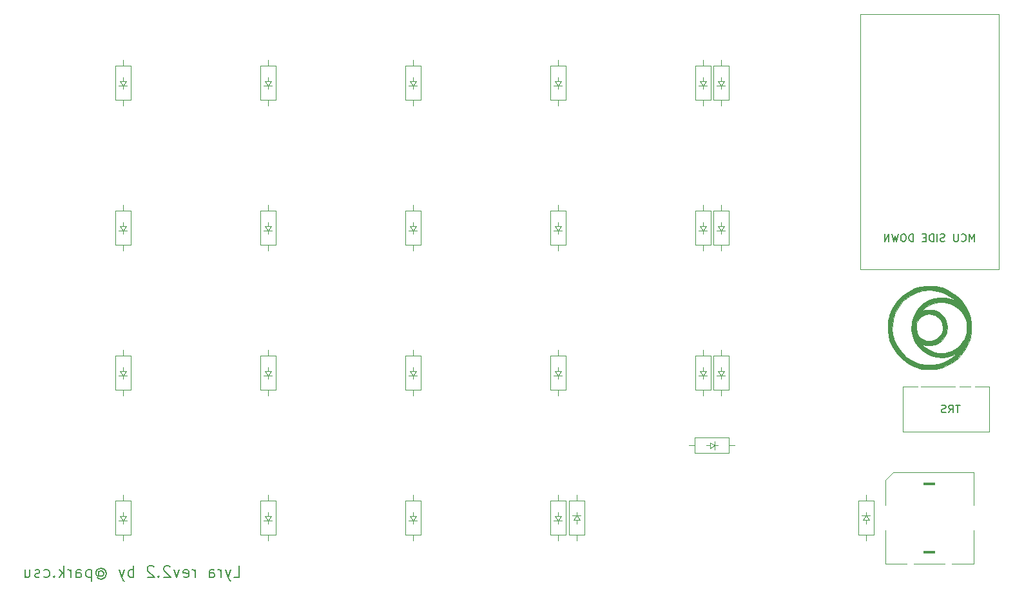
<source format=gbo>
G04 #@! TF.GenerationSoftware,KiCad,Pcbnew,(5.99.0-13181-gc0a6014114)*
G04 #@! TF.CreationDate,2021-11-12T19:27:17+09:00*
G04 #@! TF.ProjectId,Lyra,4c797261-2e6b-4696-9361-645f70636258,rev?*
G04 #@! TF.SameCoordinates,Original*
G04 #@! TF.FileFunction,Legend,Bot*
G04 #@! TF.FilePolarity,Positive*
%FSLAX46Y46*%
G04 Gerber Fmt 4.6, Leading zero omitted, Abs format (unit mm)*
G04 Created by KiCad (PCBNEW (5.99.0-13181-gc0a6014114)) date 2021-11-12 19:27:17*
%MOMM*%
%LPD*%
G01*
G04 APERTURE LIST*
G04 Aperture macros list*
%AMRoundRect*
0 Rectangle with rounded corners*
0 $1 Rounding radius*
0 $2 $3 $4 $5 $6 $7 $8 $9 X,Y pos of 4 corners*
0 Add a 4 corners polygon primitive as box body*
4,1,4,$2,$3,$4,$5,$6,$7,$8,$9,$2,$3,0*
0 Add four circle primitives for the rounded corners*
1,1,$1+$1,$2,$3*
1,1,$1+$1,$4,$5*
1,1,$1+$1,$6,$7*
1,1,$1+$1,$8,$9*
0 Add four rect primitives between the rounded corners*
20,1,$1+$1,$2,$3,$4,$5,0*
20,1,$1+$1,$4,$5,$6,$7,0*
20,1,$1+$1,$6,$7,$8,$9,0*
20,1,$1+$1,$8,$9,$2,$3,0*%
G04 Aperture macros list end*
%ADD10C,0.150000*%
%ADD11C,0.120000*%
%ADD12C,0.010000*%
%ADD13C,0.100000*%
%ADD14C,1.000000*%
%ADD15O,1.400000X1.200000*%
%ADD16O,1.300000X1.200000*%
%ADD17C,1.750000*%
%ADD18C,3.987800*%
%ADD19C,2.250000*%
%ADD20C,3.048000*%
%ADD21RoundRect,0.800000X0.000000X0.150000X0.000000X-0.150000X0.000000X-0.150000X0.000000X0.150000X0*%
%ADD22C,2.100000*%
%ADD23C,2.000000*%
%ADD24R,2.000000X3.200000*%
%ADD25C,1.524000*%
%ADD26C,2.200000*%
%ADD27R,1.600000X1.600000*%
%ADD28R,1.200000X0.900000*%
%ADD29O,1.600000X1.600000*%
%ADD30R,0.900000X1.200000*%
G04 APERTURE END LIST*
D10*
X108869425Y-133243098D02*
X109583711Y-133243098D01*
X109583711Y-131743098D01*
X108512283Y-132243098D02*
X108155140Y-133243098D01*
X107797997Y-132243098D02*
X108155140Y-133243098D01*
X108297997Y-133600241D01*
X108369425Y-133671669D01*
X108512283Y-133743098D01*
X107226568Y-133243098D02*
X107226568Y-132243098D01*
X107226568Y-132528812D02*
X107155140Y-132385955D01*
X107083711Y-132314527D01*
X106940854Y-132243098D01*
X106797997Y-132243098D01*
X105655140Y-133243098D02*
X105655140Y-132457384D01*
X105726568Y-132314527D01*
X105869425Y-132243098D01*
X106155140Y-132243098D01*
X106297997Y-132314527D01*
X105655140Y-133171669D02*
X105797997Y-133243098D01*
X106155140Y-133243098D01*
X106297997Y-133171669D01*
X106369425Y-133028812D01*
X106369425Y-132885955D01*
X106297997Y-132743098D01*
X106155140Y-132671669D01*
X105797997Y-132671669D01*
X105655140Y-132600241D01*
X103797997Y-133243098D02*
X103797997Y-132243098D01*
X103797997Y-132528812D02*
X103726568Y-132385955D01*
X103655140Y-132314527D01*
X103512283Y-132243098D01*
X103369425Y-132243098D01*
X102297997Y-133171669D02*
X102440854Y-133243098D01*
X102726568Y-133243098D01*
X102869425Y-133171669D01*
X102940854Y-133028812D01*
X102940854Y-132457384D01*
X102869425Y-132314527D01*
X102726568Y-132243098D01*
X102440854Y-132243098D01*
X102297997Y-132314527D01*
X102226568Y-132457384D01*
X102226568Y-132600241D01*
X102940854Y-132743098D01*
X101726568Y-132243098D02*
X101369425Y-133243098D01*
X101012283Y-132243098D01*
X100512283Y-131885955D02*
X100440854Y-131814527D01*
X100297997Y-131743098D01*
X99940854Y-131743098D01*
X99797997Y-131814527D01*
X99726568Y-131885955D01*
X99655140Y-132028812D01*
X99655140Y-132171669D01*
X99726568Y-132385955D01*
X100583711Y-133243098D01*
X99655140Y-133243098D01*
X99012283Y-133100241D02*
X98940854Y-133171669D01*
X99012283Y-133243098D01*
X99083711Y-133171669D01*
X99012283Y-133100241D01*
X99012283Y-133243098D01*
X98369425Y-131885955D02*
X98297997Y-131814527D01*
X98155140Y-131743098D01*
X97797997Y-131743098D01*
X97655140Y-131814527D01*
X97583711Y-131885955D01*
X97512283Y-132028812D01*
X97512283Y-132171669D01*
X97583711Y-132385955D01*
X98440854Y-133243098D01*
X97512283Y-133243098D01*
X95726568Y-133243098D02*
X95726568Y-131743098D01*
X95726568Y-132314527D02*
X95583711Y-132243098D01*
X95297997Y-132243098D01*
X95155140Y-132314527D01*
X95083711Y-132385955D01*
X95012283Y-132528812D01*
X95012283Y-132957384D01*
X95083711Y-133100241D01*
X95155140Y-133171669D01*
X95297997Y-133243098D01*
X95583711Y-133243098D01*
X95726568Y-133171669D01*
X94512283Y-132243098D02*
X94155140Y-133243098D01*
X93797997Y-132243098D02*
X94155140Y-133243098D01*
X94297997Y-133600241D01*
X94369425Y-133671669D01*
X94512283Y-133743098D01*
X91155140Y-132528812D02*
X91226568Y-132457384D01*
X91369425Y-132385955D01*
X91512283Y-132385955D01*
X91655140Y-132457384D01*
X91726568Y-132528812D01*
X91797997Y-132671669D01*
X91797997Y-132814527D01*
X91726568Y-132957384D01*
X91655140Y-133028812D01*
X91512283Y-133100241D01*
X91369425Y-133100241D01*
X91226568Y-133028812D01*
X91155140Y-132957384D01*
X91155140Y-132385955D02*
X91155140Y-132957384D01*
X91083711Y-133028812D01*
X91012283Y-133028812D01*
X90869425Y-132957384D01*
X90797997Y-132814527D01*
X90797997Y-132457384D01*
X90940854Y-132243098D01*
X91155140Y-132100241D01*
X91440854Y-132028812D01*
X91726568Y-132100241D01*
X91940854Y-132243098D01*
X92083711Y-132457384D01*
X92155140Y-132743098D01*
X92083711Y-133028812D01*
X91940854Y-133243098D01*
X91726568Y-133385955D01*
X91440854Y-133457384D01*
X91155140Y-133385955D01*
X90940854Y-133243098D01*
X90155140Y-132243098D02*
X90155140Y-133743098D01*
X90155140Y-132314527D02*
X90012283Y-132243098D01*
X89726568Y-132243098D01*
X89583711Y-132314527D01*
X89512283Y-132385955D01*
X89440854Y-132528812D01*
X89440854Y-132957384D01*
X89512283Y-133100241D01*
X89583711Y-133171669D01*
X89726568Y-133243098D01*
X90012283Y-133243098D01*
X90155140Y-133171669D01*
X88155140Y-133243098D02*
X88155140Y-132457384D01*
X88226568Y-132314527D01*
X88369425Y-132243098D01*
X88655140Y-132243098D01*
X88797997Y-132314527D01*
X88155140Y-133171669D02*
X88297997Y-133243098D01*
X88655140Y-133243098D01*
X88797997Y-133171669D01*
X88869425Y-133028812D01*
X88869425Y-132885955D01*
X88797997Y-132743098D01*
X88655140Y-132671669D01*
X88297997Y-132671669D01*
X88155140Y-132600241D01*
X87440854Y-133243098D02*
X87440854Y-132243098D01*
X87440854Y-132528812D02*
X87369425Y-132385955D01*
X87297997Y-132314527D01*
X87155140Y-132243098D01*
X87012283Y-132243098D01*
X86512283Y-133243098D02*
X86512283Y-131743098D01*
X86369425Y-132671669D02*
X85940854Y-133243098D01*
X85940854Y-132243098D02*
X86512283Y-132814527D01*
X85297997Y-133100241D02*
X85226568Y-133171669D01*
X85297997Y-133243098D01*
X85369425Y-133171669D01*
X85297997Y-133100241D01*
X85297997Y-133243098D01*
X83940854Y-133171669D02*
X84083711Y-133243098D01*
X84369425Y-133243098D01*
X84512283Y-133171669D01*
X84583711Y-133100241D01*
X84655140Y-132957384D01*
X84655140Y-132528812D01*
X84583711Y-132385955D01*
X84512283Y-132314527D01*
X84369425Y-132243098D01*
X84083711Y-132243098D01*
X83940854Y-132314527D01*
X83369425Y-133171669D02*
X83226568Y-133243098D01*
X82940854Y-133243098D01*
X82797997Y-133171669D01*
X82726568Y-133028812D01*
X82726568Y-132957384D01*
X82797997Y-132814527D01*
X82940854Y-132743098D01*
X83155140Y-132743098D01*
X83297997Y-132671669D01*
X83369425Y-132528812D01*
X83369425Y-132457384D01*
X83297997Y-132314527D01*
X83155140Y-132243098D01*
X82940854Y-132243098D01*
X82797997Y-132314527D01*
X81440854Y-132243098D02*
X81440854Y-133243098D01*
X82083711Y-132243098D02*
X82083711Y-133028812D01*
X82012283Y-133171669D01*
X81869425Y-133243098D01*
X81655140Y-133243098D01*
X81512283Y-133171669D01*
X81440854Y-133100241D01*
X204274667Y-110585567D02*
X203703239Y-110585567D01*
X203988953Y-111585567D02*
X203988953Y-110585567D01*
X202798477Y-111585567D02*
X203131810Y-111109377D01*
X203369905Y-111585567D02*
X203369905Y-110585567D01*
X202988953Y-110585567D01*
X202893715Y-110633187D01*
X202846096Y-110680806D01*
X202798477Y-110776044D01*
X202798477Y-110918901D01*
X202846096Y-111014139D01*
X202893715Y-111061758D01*
X202988953Y-111109377D01*
X203369905Y-111109377D01*
X202417524Y-111537948D02*
X202274667Y-111585567D01*
X202036572Y-111585567D01*
X201941334Y-111537948D01*
X201893715Y-111490329D01*
X201846096Y-111395091D01*
X201846096Y-111299853D01*
X201893715Y-111204615D01*
X201941334Y-111156996D01*
X202036572Y-111109377D01*
X202227048Y-111061758D01*
X202322286Y-111014139D01*
X202369905Y-110966520D01*
X202417524Y-110871282D01*
X202417524Y-110776044D01*
X202369905Y-110680806D01*
X202322286Y-110633187D01*
X202227048Y-110585567D01*
X201988953Y-110585567D01*
X201846096Y-110633187D01*
X206186940Y-89097871D02*
X206186940Y-88097871D01*
X205853607Y-88812157D01*
X205520274Y-88097871D01*
X205520274Y-89097871D01*
X204472655Y-89002633D02*
X204520274Y-89050252D01*
X204663131Y-89097871D01*
X204758369Y-89097871D01*
X204901226Y-89050252D01*
X204996464Y-88955014D01*
X205044083Y-88859776D01*
X205091702Y-88669300D01*
X205091702Y-88526443D01*
X205044083Y-88335967D01*
X204996464Y-88240729D01*
X204901226Y-88145491D01*
X204758369Y-88097871D01*
X204663131Y-88097871D01*
X204520274Y-88145491D01*
X204472655Y-88193110D01*
X204044083Y-88097871D02*
X204044083Y-88907395D01*
X203996464Y-89002633D01*
X203948845Y-89050252D01*
X203853607Y-89097871D01*
X203663131Y-89097871D01*
X203567893Y-89050252D01*
X203520274Y-89002633D01*
X203472655Y-88907395D01*
X203472655Y-88097871D01*
X202282179Y-89050252D02*
X202139321Y-89097871D01*
X201901226Y-89097871D01*
X201805988Y-89050252D01*
X201758369Y-89002633D01*
X201710750Y-88907395D01*
X201710750Y-88812157D01*
X201758369Y-88716919D01*
X201805988Y-88669300D01*
X201901226Y-88621681D01*
X202091702Y-88574062D01*
X202186940Y-88526443D01*
X202234559Y-88478824D01*
X202282179Y-88383586D01*
X202282179Y-88288348D01*
X202234559Y-88193110D01*
X202186940Y-88145491D01*
X202091702Y-88097871D01*
X201853607Y-88097871D01*
X201710750Y-88145491D01*
X201282179Y-89097871D02*
X201282179Y-88097871D01*
X200805988Y-89097871D02*
X200805988Y-88097871D01*
X200567893Y-88097871D01*
X200425036Y-88145491D01*
X200329798Y-88240729D01*
X200282179Y-88335967D01*
X200234559Y-88526443D01*
X200234559Y-88669300D01*
X200282179Y-88859776D01*
X200329798Y-88955014D01*
X200425036Y-89050252D01*
X200567893Y-89097871D01*
X200805988Y-89097871D01*
X199805988Y-88574062D02*
X199472655Y-88574062D01*
X199329798Y-89097871D02*
X199805988Y-89097871D01*
X199805988Y-88097871D01*
X199329798Y-88097871D01*
X198139321Y-89097871D02*
X198139321Y-88097871D01*
X197901226Y-88097871D01*
X197758369Y-88145491D01*
X197663131Y-88240729D01*
X197615512Y-88335967D01*
X197567893Y-88526443D01*
X197567893Y-88669300D01*
X197615512Y-88859776D01*
X197663131Y-88955014D01*
X197758369Y-89050252D01*
X197901226Y-89097871D01*
X198139321Y-89097871D01*
X196948845Y-88097871D02*
X196758369Y-88097871D01*
X196663131Y-88145491D01*
X196567893Y-88240729D01*
X196520274Y-88431205D01*
X196520274Y-88764538D01*
X196567893Y-88955014D01*
X196663131Y-89050252D01*
X196758369Y-89097871D01*
X196948845Y-89097871D01*
X197044083Y-89050252D01*
X197139321Y-88955014D01*
X197186940Y-88764538D01*
X197186940Y-88431205D01*
X197139321Y-88240729D01*
X197044083Y-88145491D01*
X196948845Y-88097871D01*
X196186940Y-88097871D02*
X195948845Y-89097871D01*
X195758369Y-88383586D01*
X195567893Y-89097871D01*
X195329798Y-88097871D01*
X194948845Y-89097871D02*
X194948845Y-88097871D01*
X194377417Y-89097871D01*
X194377417Y-88097871D01*
D11*
X196812763Y-114133187D02*
X196812763Y-108133187D01*
X208112763Y-114133187D02*
X196812763Y-114133187D01*
X196812763Y-108133187D02*
X208112763Y-108133187D01*
X208112763Y-108133187D02*
X208112763Y-114133187D01*
D12*
X201202742Y-94996437D02*
X201790980Y-95109696D01*
X201790980Y-95109696D02*
X201938179Y-95154038D01*
X201938179Y-95154038D02*
X202817745Y-95526122D01*
X202817745Y-95526122D02*
X203595574Y-96025506D01*
X203595574Y-96025506D02*
X203761840Y-96159155D01*
X203761840Y-96159155D02*
X204368798Y-96730127D01*
X204368798Y-96730127D02*
X204850111Y-97336144D01*
X204850111Y-97336144D02*
X205239866Y-98025500D01*
X205239866Y-98025500D02*
X205480545Y-98594236D01*
X205480545Y-98594236D02*
X205588530Y-98892335D01*
X205588530Y-98892335D02*
X205661528Y-99143129D01*
X205661528Y-99143129D02*
X205706471Y-99393889D01*
X205706471Y-99393889D02*
X205730293Y-99691886D01*
X205730293Y-99691886D02*
X205739927Y-100084393D01*
X205739927Y-100084393D02*
X205741749Y-100375184D01*
X205741749Y-100375184D02*
X205739854Y-100850944D01*
X205739854Y-100850944D02*
X205726301Y-101205538D01*
X205726301Y-101205538D02*
X205694758Y-101487049D01*
X205694758Y-101487049D02*
X205638893Y-101743558D01*
X205638893Y-101743558D02*
X205552374Y-102023150D01*
X205552374Y-102023150D02*
X205507713Y-102152371D01*
X205507713Y-102152371D02*
X205181812Y-102928239D01*
X205181812Y-102928239D02*
X204778045Y-103594955D01*
X204778045Y-103594955D02*
X204263032Y-104206756D01*
X204263032Y-104206756D02*
X204209572Y-104261495D01*
X204209572Y-104261495D02*
X203598735Y-104806456D01*
X203598735Y-104806456D02*
X202947134Y-105230855D01*
X202947134Y-105230855D02*
X202195886Y-105572412D01*
X202195886Y-105572412D02*
X202116622Y-105602132D01*
X202116622Y-105602132D02*
X201754030Y-105725470D01*
X201754030Y-105725470D02*
X201429997Y-105805413D01*
X201429997Y-105805413D02*
X201081129Y-105853023D01*
X201081129Y-105853023D02*
X200644031Y-105879359D01*
X200644031Y-105879359D02*
X200498846Y-105884376D01*
X200498846Y-105884376D02*
X200078991Y-105889723D01*
X200078991Y-105889723D02*
X199685894Y-105881176D01*
X199685894Y-105881176D02*
X199372330Y-105860576D01*
X199372330Y-105860576D02*
X199228846Y-105840063D01*
X199228846Y-105840063D02*
X198296738Y-105554691D01*
X198296738Y-105554691D02*
X197441739Y-105124749D01*
X197441739Y-105124749D02*
X196677863Y-104562806D01*
X196677863Y-104562806D02*
X196019124Y-103881431D01*
X196019124Y-103881431D02*
X195479537Y-103093193D01*
X195479537Y-103093193D02*
X195073115Y-102210661D01*
X195073115Y-102210661D02*
X195023700Y-102068517D01*
X195023700Y-102068517D02*
X194892724Y-101514999D01*
X194892724Y-101514999D02*
X194822726Y-100863147D01*
X194822726Y-100863147D02*
X194817245Y-100442851D01*
X194817245Y-100442851D02*
X195377764Y-100442851D01*
X195377764Y-100442851D02*
X195460717Y-101320917D01*
X195460717Y-101320917D02*
X195696690Y-102156383D01*
X195696690Y-102156383D02*
X196071849Y-102931648D01*
X196071849Y-102931648D02*
X196572363Y-103629109D01*
X196572363Y-103629109D02*
X197184401Y-104231165D01*
X197184401Y-104231165D02*
X197894131Y-104720214D01*
X197894131Y-104720214D02*
X198687722Y-105078652D01*
X198687722Y-105078652D02*
X199120217Y-105205477D01*
X199120217Y-105205477D02*
X199632866Y-105286671D01*
X199632866Y-105286671D02*
X200231738Y-105315070D01*
X200231738Y-105315070D02*
X200842240Y-105290911D01*
X200842240Y-105290911D02*
X201389781Y-105214433D01*
X201389781Y-105214433D02*
X201463782Y-105198014D01*
X201463782Y-105198014D02*
X202005052Y-105023996D01*
X202005052Y-105023996D02*
X202577548Y-104762640D01*
X202577548Y-104762640D02*
X203110041Y-104450056D01*
X203110041Y-104450056D02*
X203462179Y-104184928D01*
X203462179Y-104184928D02*
X203800846Y-103890529D01*
X203800846Y-103890529D02*
X203415865Y-104055383D01*
X203415865Y-104055383D02*
X202662091Y-104293216D01*
X202662091Y-104293216D02*
X201907376Y-104374126D01*
X201907376Y-104374126D02*
X201169037Y-104309537D01*
X201169037Y-104309537D02*
X200464394Y-104110872D01*
X200464394Y-104110872D02*
X199810764Y-103789553D01*
X199810764Y-103789553D02*
X199225464Y-103357005D01*
X199225464Y-103357005D02*
X198725812Y-102824651D01*
X198725812Y-102824651D02*
X198633021Y-102679449D01*
X198633021Y-102679449D02*
X199374644Y-102679449D01*
X199374644Y-102679449D02*
X199416808Y-102775634D01*
X199416808Y-102775634D02*
X199570821Y-102920163D01*
X199570821Y-102920163D02*
X200211288Y-103357618D01*
X200211288Y-103357618D02*
X200897200Y-103647493D01*
X200897200Y-103647493D02*
X201606677Y-103783951D01*
X201606677Y-103783951D02*
X202317841Y-103761156D01*
X202317841Y-103761156D02*
X202555518Y-103716233D01*
X202555518Y-103716233D02*
X203242777Y-103473800D01*
X203242777Y-103473800D02*
X203869033Y-103088772D01*
X203869033Y-103088772D02*
X204404654Y-102584693D01*
X204404654Y-102584693D02*
X204820008Y-101985107D01*
X204820008Y-101985107D02*
X204879174Y-101869959D01*
X204879174Y-101869959D02*
X205004354Y-101601290D01*
X205004354Y-101601290D02*
X205084509Y-101379142D01*
X205084509Y-101379142D02*
X205129626Y-101150881D01*
X205129626Y-101150881D02*
X205149693Y-100863867D01*
X205149693Y-100863867D02*
X205154696Y-100465465D01*
X205154696Y-100465465D02*
X205154752Y-100417517D01*
X205154752Y-100417517D02*
X205150214Y-99994553D01*
X205150214Y-99994553D02*
X205130244Y-99689508D01*
X205130244Y-99689508D02*
X205086363Y-99451108D01*
X205086363Y-99451108D02*
X205010094Y-99228081D01*
X205010094Y-99228081D02*
X204927193Y-99041460D01*
X204927193Y-99041460D02*
X204542097Y-98403146D01*
X204542097Y-98403146D02*
X204052585Y-97881947D01*
X204052585Y-97881947D02*
X203480409Y-97483273D01*
X203480409Y-97483273D02*
X202847321Y-97212531D01*
X202847321Y-97212531D02*
X202175074Y-97075131D01*
X202175074Y-97075131D02*
X201485419Y-97076482D01*
X201485419Y-97076482D02*
X200800110Y-97221993D01*
X200800110Y-97221993D02*
X200140899Y-97517071D01*
X200140899Y-97517071D02*
X199776637Y-97760746D01*
X199776637Y-97760746D02*
X199512980Y-97975552D01*
X199512980Y-97975552D02*
X199381288Y-98115089D01*
X199381288Y-98115089D02*
X199384579Y-98173895D01*
X199384579Y-98173895D02*
X199525867Y-98146509D01*
X199525867Y-98146509D02*
X199573024Y-98129421D01*
X199573024Y-98129421D02*
X199890031Y-98063207D01*
X199890031Y-98063207D02*
X200296015Y-98052459D01*
X200296015Y-98052459D02*
X200720775Y-98094874D01*
X200720775Y-98094874D02*
X201066559Y-98178446D01*
X201066559Y-98178446D02*
X201581490Y-98438737D01*
X201581490Y-98438737D02*
X202010681Y-98822734D01*
X202010681Y-98822734D02*
X202338308Y-99299920D01*
X202338308Y-99299920D02*
X202548547Y-99839774D01*
X202548547Y-99839774D02*
X202625574Y-100411778D01*
X202625574Y-100411778D02*
X202553565Y-100985413D01*
X202553565Y-100985413D02*
X202542488Y-101025000D01*
X202542488Y-101025000D02*
X202305562Y-101571645D01*
X202305562Y-101571645D02*
X201951200Y-102036339D01*
X201951200Y-102036339D02*
X201506254Y-102402878D01*
X201506254Y-102402878D02*
X200997578Y-102655056D01*
X200997578Y-102655056D02*
X200452026Y-102776666D01*
X200452026Y-102776666D02*
X199896451Y-102751505D01*
X199896451Y-102751505D02*
X199741175Y-102715517D01*
X199741175Y-102715517D02*
X199482297Y-102659974D01*
X199482297Y-102659974D02*
X199374644Y-102679449D01*
X199374644Y-102679449D02*
X198633021Y-102679449D01*
X198633021Y-102679449D02*
X198329127Y-102203913D01*
X198329127Y-102203913D02*
X198052726Y-101506216D01*
X198052726Y-101506216D02*
X197913927Y-100742982D01*
X197913927Y-100742982D02*
X197900813Y-100417517D01*
X197900813Y-100417517D02*
X197929704Y-100123976D01*
X197929704Y-100123976D02*
X198518912Y-100123976D01*
X198518912Y-100123976D02*
X198522840Y-100489190D01*
X198522840Y-100489190D02*
X198523673Y-100504198D01*
X198523673Y-100504198D02*
X198607871Y-101035022D01*
X198607871Y-101035022D02*
X198803578Y-101451158D01*
X198803578Y-101451158D02*
X199126574Y-101777598D01*
X199126574Y-101777598D02*
X199451451Y-101973444D01*
X199451451Y-101973444D02*
X199929089Y-102150873D01*
X199929089Y-102150873D02*
X200394503Y-102184014D01*
X200394503Y-102184014D02*
X200824921Y-102104030D01*
X200824921Y-102104030D02*
X201207233Y-101918318D01*
X201207233Y-101918318D02*
X201553583Y-101606323D01*
X201553583Y-101606323D02*
X201832550Y-101211039D01*
X201832550Y-101211039D02*
X202012714Y-100775456D01*
X202012714Y-100775456D02*
X202064707Y-100407694D01*
X202064707Y-100407694D02*
X201984204Y-99902466D01*
X201984204Y-99902466D02*
X201762032Y-99450080D01*
X201762032Y-99450080D02*
X201423524Y-99075375D01*
X201423524Y-99075375D02*
X200994014Y-98803192D01*
X200994014Y-98803192D02*
X200498834Y-98658369D01*
X200498834Y-98658369D02*
X200263293Y-98641376D01*
X200263293Y-98641376D02*
X199710282Y-98713835D01*
X199710282Y-98713835D02*
X199239057Y-98933188D01*
X199239057Y-98933188D02*
X198858220Y-99294255D01*
X198858220Y-99294255D02*
X198661499Y-99605841D01*
X198661499Y-99605841D02*
X198561587Y-99852629D01*
X198561587Y-99852629D02*
X198518912Y-100123976D01*
X198518912Y-100123976D02*
X197929704Y-100123976D01*
X197929704Y-100123976D02*
X197978657Y-99626605D01*
X197978657Y-99626605D02*
X198200856Y-98898336D01*
X198200856Y-98898336D02*
X198550411Y-98243984D01*
X198550411Y-98243984D02*
X199010323Y-97674826D01*
X199010323Y-97674826D02*
X199563591Y-97202137D01*
X199563591Y-97202137D02*
X200193218Y-96837193D01*
X200193218Y-96837193D02*
X200882203Y-96591269D01*
X200882203Y-96591269D02*
X201613547Y-96475642D01*
X201613547Y-96475642D02*
X202370251Y-96501586D01*
X202370251Y-96501586D02*
X203135315Y-96680379D01*
X203135315Y-96680379D02*
X203390305Y-96776325D01*
X203390305Y-96776325D02*
X203800846Y-96946294D01*
X203800846Y-96946294D02*
X203462179Y-96651001D01*
X203462179Y-96651001D02*
X202812185Y-96189115D01*
X202812185Y-96189115D02*
X202061113Y-95835185D01*
X202061113Y-95835185D02*
X201249149Y-95603792D01*
X201249149Y-95603792D02*
X200416477Y-95509519D01*
X200416477Y-95509519D02*
X200312513Y-95508102D01*
X200312513Y-95508102D02*
X199397941Y-95587316D01*
X199397941Y-95587316D02*
X198534085Y-95825250D01*
X198534085Y-95825250D02*
X197733932Y-96216576D01*
X197733932Y-96216576D02*
X197010469Y-96755970D01*
X197010469Y-96755970D02*
X196812926Y-96943264D01*
X196812926Y-96943264D02*
X196230723Y-97641534D01*
X196230723Y-97641534D02*
X195795010Y-98420338D01*
X195795010Y-98420338D02*
X195511113Y-99266690D01*
X195511113Y-99266690D02*
X195384360Y-100167602D01*
X195384360Y-100167602D02*
X195377764Y-100442851D01*
X195377764Y-100442851D02*
X194817245Y-100442851D01*
X194817245Y-100442851D02*
X194813720Y-100172604D01*
X194813720Y-100172604D02*
X194865718Y-99503011D01*
X194865718Y-99503011D02*
X194978732Y-98914013D01*
X194978732Y-98914013D02*
X195023013Y-98766517D01*
X195023013Y-98766517D02*
X195408860Y-97864596D01*
X195408860Y-97864596D02*
X195930639Y-97057145D01*
X195930639Y-97057145D02*
X196576435Y-96356078D01*
X196576435Y-96356078D02*
X197334331Y-95773311D01*
X197334331Y-95773311D02*
X198192414Y-95320758D01*
X198192414Y-95320758D02*
X198636179Y-95153351D01*
X198636179Y-95153351D02*
X199190575Y-95022605D01*
X199190575Y-95022605D02*
X199842897Y-94952879D01*
X199842897Y-94952879D02*
X200533500Y-94944160D01*
X200533500Y-94944160D02*
X201202742Y-94996437D01*
X201202742Y-94996437D02*
X201202742Y-94996437D01*
G36*
X194865718Y-99503011D02*
G01*
X194978732Y-98914013D01*
X195023013Y-98766517D01*
X195408860Y-97864596D01*
X195930639Y-97057145D01*
X196576435Y-96356078D01*
X197334331Y-95773311D01*
X198192414Y-95320758D01*
X198636179Y-95153351D01*
X199190575Y-95022605D01*
X199842897Y-94952879D01*
X200533500Y-94944160D01*
X201202742Y-94996437D01*
X201790980Y-95109696D01*
X201938179Y-95154038D01*
X202817745Y-95526122D01*
X203595574Y-96025506D01*
X203761840Y-96159155D01*
X204368798Y-96730127D01*
X204850111Y-97336144D01*
X205239866Y-98025500D01*
X205480545Y-98594236D01*
X205588530Y-98892335D01*
X205661528Y-99143129D01*
X205706471Y-99393889D01*
X205730293Y-99691886D01*
X205739927Y-100084393D01*
X205741749Y-100375184D01*
X205739854Y-100850944D01*
X205726301Y-101205538D01*
X205694758Y-101487049D01*
X205638893Y-101743558D01*
X205552374Y-102023150D01*
X205507713Y-102152371D01*
X205181812Y-102928239D01*
X204778045Y-103594955D01*
X204263032Y-104206756D01*
X204209572Y-104261495D01*
X203598735Y-104806456D01*
X202947134Y-105230855D01*
X202195886Y-105572412D01*
X202116622Y-105602132D01*
X201754030Y-105725470D01*
X201429997Y-105805413D01*
X201081129Y-105853023D01*
X200644031Y-105879359D01*
X200498846Y-105884376D01*
X200078991Y-105889723D01*
X199685894Y-105881176D01*
X199372330Y-105860576D01*
X199228846Y-105840063D01*
X198296738Y-105554691D01*
X197441739Y-105124749D01*
X196677863Y-104562806D01*
X196019124Y-103881431D01*
X195479537Y-103093193D01*
X195073115Y-102210661D01*
X195023700Y-102068517D01*
X194892724Y-101514999D01*
X194822726Y-100863147D01*
X194817245Y-100442851D01*
X195377764Y-100442851D01*
X195460717Y-101320917D01*
X195696690Y-102156383D01*
X196071849Y-102931648D01*
X196572363Y-103629109D01*
X197184401Y-104231165D01*
X197894131Y-104720214D01*
X198687722Y-105078652D01*
X199120217Y-105205477D01*
X199632866Y-105286671D01*
X200231738Y-105315070D01*
X200842240Y-105290911D01*
X201389781Y-105214433D01*
X201463782Y-105198014D01*
X202005052Y-105023996D01*
X202577548Y-104762640D01*
X203110041Y-104450056D01*
X203462179Y-104184928D01*
X203800846Y-103890529D01*
X203415865Y-104055383D01*
X202662091Y-104293216D01*
X201907376Y-104374126D01*
X201169037Y-104309537D01*
X200464394Y-104110872D01*
X199810764Y-103789553D01*
X199225464Y-103357005D01*
X198725812Y-102824651D01*
X198633021Y-102679449D01*
X199374644Y-102679449D01*
X199416808Y-102775634D01*
X199570821Y-102920163D01*
X200211288Y-103357618D01*
X200897200Y-103647493D01*
X201606677Y-103783951D01*
X202317841Y-103761156D01*
X202555518Y-103716233D01*
X203242777Y-103473800D01*
X203869033Y-103088772D01*
X204404654Y-102584693D01*
X204820008Y-101985107D01*
X204879174Y-101869959D01*
X205004354Y-101601290D01*
X205084509Y-101379142D01*
X205129626Y-101150881D01*
X205149693Y-100863867D01*
X205154696Y-100465465D01*
X205154752Y-100417517D01*
X205150214Y-99994553D01*
X205130244Y-99689508D01*
X205086363Y-99451108D01*
X205010094Y-99228081D01*
X204927193Y-99041460D01*
X204542097Y-98403146D01*
X204052585Y-97881947D01*
X203480409Y-97483273D01*
X202847321Y-97212531D01*
X202175074Y-97075131D01*
X201485419Y-97076482D01*
X200800110Y-97221993D01*
X200140899Y-97517071D01*
X199776637Y-97760746D01*
X199512980Y-97975552D01*
X199381288Y-98115089D01*
X199384579Y-98173895D01*
X199525867Y-98146509D01*
X199573024Y-98129421D01*
X199890031Y-98063207D01*
X200296015Y-98052459D01*
X200720775Y-98094874D01*
X201066559Y-98178446D01*
X201581490Y-98438737D01*
X202010681Y-98822734D01*
X202338308Y-99299920D01*
X202548547Y-99839774D01*
X202625574Y-100411778D01*
X202553565Y-100985413D01*
X202542488Y-101025000D01*
X202305562Y-101571645D01*
X201951200Y-102036339D01*
X201506254Y-102402878D01*
X200997578Y-102655056D01*
X200452026Y-102776666D01*
X199896451Y-102751505D01*
X199741175Y-102715517D01*
X199482297Y-102659974D01*
X199374644Y-102679449D01*
X198633021Y-102679449D01*
X198329127Y-102203913D01*
X198052726Y-101506216D01*
X197913927Y-100742982D01*
X197900813Y-100417517D01*
X197929704Y-100123976D01*
X198518912Y-100123976D01*
X198522840Y-100489190D01*
X198523673Y-100504198D01*
X198607871Y-101035022D01*
X198803578Y-101451158D01*
X199126574Y-101777598D01*
X199451451Y-101973444D01*
X199929089Y-102150873D01*
X200394503Y-102184014D01*
X200824921Y-102104030D01*
X201207233Y-101918318D01*
X201553583Y-101606323D01*
X201832550Y-101211039D01*
X202012714Y-100775456D01*
X202064707Y-100407694D01*
X201984204Y-99902466D01*
X201762032Y-99450080D01*
X201423524Y-99075375D01*
X200994014Y-98803192D01*
X200498834Y-98658369D01*
X200263293Y-98641376D01*
X199710282Y-98713835D01*
X199239057Y-98933188D01*
X198858220Y-99294255D01*
X198661499Y-99605841D01*
X198561587Y-99852629D01*
X198518912Y-100123976D01*
X197929704Y-100123976D01*
X197978657Y-99626605D01*
X198200856Y-98898336D01*
X198550411Y-98243984D01*
X199010323Y-97674826D01*
X199563591Y-97202137D01*
X200193218Y-96837193D01*
X200882203Y-96591269D01*
X201613547Y-96475642D01*
X202370251Y-96501586D01*
X203135315Y-96680379D01*
X203390305Y-96776325D01*
X203800846Y-96946294D01*
X203462179Y-96651001D01*
X202812185Y-96189115D01*
X202061113Y-95835185D01*
X201249149Y-95603792D01*
X200416477Y-95509519D01*
X200312513Y-95508102D01*
X199397941Y-95587316D01*
X198534085Y-95825250D01*
X197733932Y-96216576D01*
X197010469Y-96755970D01*
X196812926Y-96943264D01*
X196230723Y-97641534D01*
X195795010Y-98420338D01*
X195511113Y-99266690D01*
X195384360Y-100167602D01*
X195377764Y-100442851D01*
X194817245Y-100442851D01*
X194813720Y-100172604D01*
X194865718Y-99503011D01*
G37*
X194865718Y-99503011D02*
X194978732Y-98914013D01*
X195023013Y-98766517D01*
X195408860Y-97864596D01*
X195930639Y-97057145D01*
X196576435Y-96356078D01*
X197334331Y-95773311D01*
X198192414Y-95320758D01*
X198636179Y-95153351D01*
X199190575Y-95022605D01*
X199842897Y-94952879D01*
X200533500Y-94944160D01*
X201202742Y-94996437D01*
X201790980Y-95109696D01*
X201938179Y-95154038D01*
X202817745Y-95526122D01*
X203595574Y-96025506D01*
X203761840Y-96159155D01*
X204368798Y-96730127D01*
X204850111Y-97336144D01*
X205239866Y-98025500D01*
X205480545Y-98594236D01*
X205588530Y-98892335D01*
X205661528Y-99143129D01*
X205706471Y-99393889D01*
X205730293Y-99691886D01*
X205739927Y-100084393D01*
X205741749Y-100375184D01*
X205739854Y-100850944D01*
X205726301Y-101205538D01*
X205694758Y-101487049D01*
X205638893Y-101743558D01*
X205552374Y-102023150D01*
X205507713Y-102152371D01*
X205181812Y-102928239D01*
X204778045Y-103594955D01*
X204263032Y-104206756D01*
X204209572Y-104261495D01*
X203598735Y-104806456D01*
X202947134Y-105230855D01*
X202195886Y-105572412D01*
X202116622Y-105602132D01*
X201754030Y-105725470D01*
X201429997Y-105805413D01*
X201081129Y-105853023D01*
X200644031Y-105879359D01*
X200498846Y-105884376D01*
X200078991Y-105889723D01*
X199685894Y-105881176D01*
X199372330Y-105860576D01*
X199228846Y-105840063D01*
X198296738Y-105554691D01*
X197441739Y-105124749D01*
X196677863Y-104562806D01*
X196019124Y-103881431D01*
X195479537Y-103093193D01*
X195073115Y-102210661D01*
X195023700Y-102068517D01*
X194892724Y-101514999D01*
X194822726Y-100863147D01*
X194817245Y-100442851D01*
X195377764Y-100442851D01*
X195460717Y-101320917D01*
X195696690Y-102156383D01*
X196071849Y-102931648D01*
X196572363Y-103629109D01*
X197184401Y-104231165D01*
X197894131Y-104720214D01*
X198687722Y-105078652D01*
X199120217Y-105205477D01*
X199632866Y-105286671D01*
X200231738Y-105315070D01*
X200842240Y-105290911D01*
X201389781Y-105214433D01*
X201463782Y-105198014D01*
X202005052Y-105023996D01*
X202577548Y-104762640D01*
X203110041Y-104450056D01*
X203462179Y-104184928D01*
X203800846Y-103890529D01*
X203415865Y-104055383D01*
X202662091Y-104293216D01*
X201907376Y-104374126D01*
X201169037Y-104309537D01*
X200464394Y-104110872D01*
X199810764Y-103789553D01*
X199225464Y-103357005D01*
X198725812Y-102824651D01*
X198633021Y-102679449D01*
X199374644Y-102679449D01*
X199416808Y-102775634D01*
X199570821Y-102920163D01*
X200211288Y-103357618D01*
X200897200Y-103647493D01*
X201606677Y-103783951D01*
X202317841Y-103761156D01*
X202555518Y-103716233D01*
X203242777Y-103473800D01*
X203869033Y-103088772D01*
X204404654Y-102584693D01*
X204820008Y-101985107D01*
X204879174Y-101869959D01*
X205004354Y-101601290D01*
X205084509Y-101379142D01*
X205129626Y-101150881D01*
X205149693Y-100863867D01*
X205154696Y-100465465D01*
X205154752Y-100417517D01*
X205150214Y-99994553D01*
X205130244Y-99689508D01*
X205086363Y-99451108D01*
X205010094Y-99228081D01*
X204927193Y-99041460D01*
X204542097Y-98403146D01*
X204052585Y-97881947D01*
X203480409Y-97483273D01*
X202847321Y-97212531D01*
X202175074Y-97075131D01*
X201485419Y-97076482D01*
X200800110Y-97221993D01*
X200140899Y-97517071D01*
X199776637Y-97760746D01*
X199512980Y-97975552D01*
X199381288Y-98115089D01*
X199384579Y-98173895D01*
X199525867Y-98146509D01*
X199573024Y-98129421D01*
X199890031Y-98063207D01*
X200296015Y-98052459D01*
X200720775Y-98094874D01*
X201066559Y-98178446D01*
X201581490Y-98438737D01*
X202010681Y-98822734D01*
X202338308Y-99299920D01*
X202548547Y-99839774D01*
X202625574Y-100411778D01*
X202553565Y-100985413D01*
X202542488Y-101025000D01*
X202305562Y-101571645D01*
X201951200Y-102036339D01*
X201506254Y-102402878D01*
X200997578Y-102655056D01*
X200452026Y-102776666D01*
X199896451Y-102751505D01*
X199741175Y-102715517D01*
X199482297Y-102659974D01*
X199374644Y-102679449D01*
X198633021Y-102679449D01*
X198329127Y-102203913D01*
X198052726Y-101506216D01*
X197913927Y-100742982D01*
X197900813Y-100417517D01*
X197929704Y-100123976D01*
X198518912Y-100123976D01*
X198522840Y-100489190D01*
X198523673Y-100504198D01*
X198607871Y-101035022D01*
X198803578Y-101451158D01*
X199126574Y-101777598D01*
X199451451Y-101973444D01*
X199929089Y-102150873D01*
X200394503Y-102184014D01*
X200824921Y-102104030D01*
X201207233Y-101918318D01*
X201553583Y-101606323D01*
X201832550Y-101211039D01*
X202012714Y-100775456D01*
X202064707Y-100407694D01*
X201984204Y-99902466D01*
X201762032Y-99450080D01*
X201423524Y-99075375D01*
X200994014Y-98803192D01*
X200498834Y-98658369D01*
X200263293Y-98641376D01*
X199710282Y-98713835D01*
X199239057Y-98933188D01*
X198858220Y-99294255D01*
X198661499Y-99605841D01*
X198561587Y-99852629D01*
X198518912Y-100123976D01*
X197929704Y-100123976D01*
X197978657Y-99626605D01*
X198200856Y-98898336D01*
X198550411Y-98243984D01*
X199010323Y-97674826D01*
X199563591Y-97202137D01*
X200193218Y-96837193D01*
X200882203Y-96591269D01*
X201613547Y-96475642D01*
X202370251Y-96501586D01*
X203135315Y-96680379D01*
X203390305Y-96776325D01*
X203800846Y-96946294D01*
X203462179Y-96651001D01*
X202812185Y-96189115D01*
X202061113Y-95835185D01*
X201249149Y-95603792D01*
X200416477Y-95509519D01*
X200312513Y-95508102D01*
X199397941Y-95587316D01*
X198534085Y-95825250D01*
X197733932Y-96216576D01*
X197010469Y-96755970D01*
X196812926Y-96943264D01*
X196230723Y-97641534D01*
X195795010Y-98420338D01*
X195511113Y-99266690D01*
X195384360Y-100167602D01*
X195377764Y-100442851D01*
X194817245Y-100442851D01*
X194813720Y-100172604D01*
X194865718Y-99503011D01*
D11*
X195499187Y-119429747D02*
X194499187Y-120429747D01*
X206099187Y-131429747D02*
X194499187Y-131429747D01*
X194499187Y-131429747D02*
X194499187Y-120429747D01*
X206099187Y-119429747D02*
X206099187Y-131429747D01*
X195499187Y-119429747D02*
X206099187Y-119429747D01*
X191162179Y-59245491D02*
X191162179Y-92745550D01*
X191162179Y-59245491D02*
X209412079Y-59245491D01*
X209412079Y-59245491D02*
X209412079Y-92745550D01*
X191162179Y-92745550D02*
X209412079Y-92745550D01*
X173902781Y-108620467D02*
X173902781Y-104120467D01*
X172902781Y-110180467D02*
X172902781Y-108620467D01*
X171902781Y-108620467D02*
X171902781Y-104120467D01*
X173902781Y-108620467D02*
X171902781Y-108620467D01*
D13*
X172902781Y-106120467D02*
X172902781Y-105620467D01*
X172502781Y-106120467D02*
X172902781Y-106720467D01*
D11*
X173902781Y-104120467D02*
X171902781Y-104120467D01*
D13*
X173302781Y-106120467D02*
X172502781Y-106120467D01*
X172902781Y-107120467D02*
X172902781Y-106720467D01*
X172902781Y-106720467D02*
X173302781Y-106120467D01*
D11*
X172902781Y-102560467D02*
X172902781Y-104120467D01*
D13*
X173452781Y-106720467D02*
X172352781Y-106720467D01*
D11*
X170521529Y-102560467D02*
X170521529Y-104120467D01*
X169521529Y-108620467D02*
X169521529Y-104120467D01*
X170521529Y-110180467D02*
X170521529Y-108620467D01*
D13*
X171071529Y-106720467D02*
X169971529Y-106720467D01*
D11*
X171521529Y-108620467D02*
X169521529Y-108620467D01*
D13*
X170921529Y-106120467D02*
X170121529Y-106120467D01*
D11*
X171521529Y-104120467D02*
X169521529Y-104120467D01*
X171521529Y-108620467D02*
X171521529Y-104120467D01*
D13*
X170521529Y-106720467D02*
X170921529Y-106120467D01*
X170121529Y-106120467D02*
X170521529Y-106720467D01*
X170521529Y-107120467D02*
X170521529Y-106720467D01*
X170521529Y-106120467D02*
X170521529Y-105620467D01*
D11*
X113371578Y-102560467D02*
X113371578Y-104120467D01*
D13*
X113371578Y-107120467D02*
X113371578Y-106720467D01*
D11*
X114371578Y-104120467D02*
X112371578Y-104120467D01*
D13*
X113371578Y-106120467D02*
X113371578Y-105620467D01*
D11*
X114371578Y-108620467D02*
X114371578Y-104120467D01*
X114371578Y-108620467D02*
X112371578Y-108620467D01*
D13*
X113771578Y-106120467D02*
X112971578Y-106120467D01*
X113371578Y-106720467D02*
X113771578Y-106120467D01*
D11*
X112371578Y-108620467D02*
X112371578Y-104120467D01*
X113371578Y-110180467D02*
X113371578Y-108620467D01*
D13*
X112971578Y-106120467D02*
X113371578Y-106720467D01*
X113921578Y-106720467D02*
X112821578Y-106720467D01*
D11*
X133421578Y-89570467D02*
X133421578Y-85070467D01*
X132421578Y-83510467D02*
X132421578Y-85070467D01*
D13*
X132971578Y-87670467D02*
X131871578Y-87670467D01*
X132421578Y-87670467D02*
X132821578Y-87070467D01*
X132421578Y-88070467D02*
X132421578Y-87670467D01*
D11*
X132421578Y-91130467D02*
X132421578Y-89570467D01*
D13*
X132821578Y-87070467D02*
X132021578Y-87070467D01*
D11*
X133421578Y-85070467D02*
X131421578Y-85070467D01*
X133421578Y-89570467D02*
X131421578Y-89570467D01*
D13*
X132021578Y-87070467D02*
X132421578Y-87670467D01*
X132421578Y-87070467D02*
X132421578Y-86570467D01*
D11*
X131421578Y-89570467D02*
X131421578Y-85070467D01*
X131421578Y-108620467D02*
X131421578Y-104120467D01*
X132421578Y-110180467D02*
X132421578Y-108620467D01*
D13*
X132971578Y-106720467D02*
X131871578Y-106720467D01*
D11*
X133421578Y-104120467D02*
X131421578Y-104120467D01*
D13*
X132421578Y-106720467D02*
X132821578Y-106120467D01*
X132421578Y-106120467D02*
X132421578Y-105620467D01*
X132421578Y-107120467D02*
X132421578Y-106720467D01*
X132021578Y-106120467D02*
X132421578Y-106720467D01*
D11*
X132421578Y-102560467D02*
X132421578Y-104120467D01*
X133421578Y-108620467D02*
X131421578Y-108620467D01*
D13*
X132821578Y-106120467D02*
X132021578Y-106120467D01*
D11*
X133421578Y-108620467D02*
X133421578Y-104120467D01*
X150471578Y-89570467D02*
X150471578Y-85070467D01*
D13*
X152021578Y-87670467D02*
X150921578Y-87670467D01*
X151471578Y-87070467D02*
X151471578Y-86570467D01*
D11*
X151471578Y-83510467D02*
X151471578Y-85070467D01*
D13*
X151471578Y-88070467D02*
X151471578Y-87670467D01*
X151071578Y-87070467D02*
X151471578Y-87670467D01*
D11*
X152471578Y-89570467D02*
X152471578Y-85070467D01*
X151471578Y-91130467D02*
X151471578Y-89570467D01*
X152471578Y-85070467D02*
X150471578Y-85070467D01*
D13*
X151471578Y-87670467D02*
X151871578Y-87070467D01*
D11*
X152471578Y-89570467D02*
X150471578Y-89570467D01*
D13*
X151871578Y-87070467D02*
X151071578Y-87070467D01*
X170121578Y-87070467D02*
X170521578Y-87670467D01*
D11*
X169521578Y-89570467D02*
X169521578Y-85070467D01*
D13*
X171071578Y-87670467D02*
X169971578Y-87670467D01*
D11*
X171521578Y-89570467D02*
X169521578Y-89570467D01*
X170521578Y-91130467D02*
X170521578Y-89570467D01*
X171521578Y-89570467D02*
X171521578Y-85070467D01*
D13*
X170521578Y-87670467D02*
X170921578Y-87070467D01*
D11*
X170521578Y-83510467D02*
X170521578Y-85070467D01*
X171521578Y-85070467D02*
X169521578Y-85070467D01*
D13*
X170521578Y-87070467D02*
X170521578Y-86570467D01*
X170521578Y-88070467D02*
X170521578Y-87670467D01*
X170921578Y-87070467D02*
X170121578Y-87070467D01*
D11*
X171902828Y-89570467D02*
X171902828Y-85070467D01*
D13*
X172902828Y-88070467D02*
X172902828Y-87670467D01*
D11*
X172902828Y-91130467D02*
X172902828Y-89570467D01*
X172902828Y-83510467D02*
X172902828Y-85070467D01*
D13*
X172902828Y-87670467D02*
X173302828Y-87070467D01*
X172902828Y-87070467D02*
X172902828Y-86570467D01*
X172502828Y-87070467D02*
X172902828Y-87670467D01*
D11*
X173902828Y-89570467D02*
X171902828Y-89570467D01*
X173902828Y-85070467D02*
X171902828Y-85070467D01*
D13*
X173302828Y-87070467D02*
X172502828Y-87070467D01*
X173452828Y-87670467D02*
X172352828Y-87670467D01*
D11*
X173902828Y-89570467D02*
X173902828Y-85070467D01*
X94321578Y-83510467D02*
X94321578Y-85070467D01*
D13*
X94321578Y-88070467D02*
X94321578Y-87670467D01*
D11*
X95321578Y-85070467D02*
X93321578Y-85070467D01*
X94321578Y-91130467D02*
X94321578Y-89570467D01*
D13*
X94721578Y-87070467D02*
X93921578Y-87070467D01*
D11*
X95321578Y-89570467D02*
X93321578Y-89570467D01*
X95321578Y-89570467D02*
X95321578Y-85070467D01*
D13*
X94321578Y-87070467D02*
X94321578Y-86570467D01*
X93921578Y-87070467D02*
X94321578Y-87670467D01*
D11*
X93321578Y-89570467D02*
X93321578Y-85070467D01*
D13*
X94321578Y-87670467D02*
X94721578Y-87070467D01*
X94871578Y-87670467D02*
X93771578Y-87670467D01*
D11*
X113371576Y-91130467D02*
X113371576Y-89570467D01*
D13*
X113371576Y-87670467D02*
X113771576Y-87070467D01*
X113921576Y-87670467D02*
X112821576Y-87670467D01*
D11*
X112371576Y-89570467D02*
X112371576Y-85070467D01*
D13*
X113771576Y-87070467D02*
X112971576Y-87070467D01*
D11*
X114371576Y-89570467D02*
X114371576Y-85070467D01*
D13*
X112971576Y-87070467D02*
X113371576Y-87670467D01*
X113371576Y-88070467D02*
X113371576Y-87670467D01*
D11*
X114371576Y-85070467D02*
X112371576Y-85070467D01*
D13*
X113371576Y-87070467D02*
X113371576Y-86570467D01*
D11*
X114371576Y-89570467D02*
X112371576Y-89570467D01*
X113371576Y-83510467D02*
X113371576Y-85070467D01*
X192952828Y-123170467D02*
X192952828Y-127670467D01*
X190952828Y-123170467D02*
X192952828Y-123170467D01*
D13*
X191952828Y-125070467D02*
X191552828Y-125670467D01*
D11*
X190952828Y-127670467D02*
X192952828Y-127670467D01*
X191952828Y-121610467D02*
X191952828Y-123170467D01*
X191952828Y-129230467D02*
X191952828Y-127670467D01*
X190952828Y-123170467D02*
X190952828Y-127670467D01*
D13*
X191952828Y-124670467D02*
X191952828Y-125070467D01*
X191552828Y-125670467D02*
X192352828Y-125670467D01*
X192352828Y-125670467D02*
X191952828Y-125070467D01*
X191402828Y-125070467D02*
X192502828Y-125070467D01*
X191952828Y-125670467D02*
X191952828Y-126170467D01*
X132421578Y-125770467D02*
X132821578Y-125170467D01*
D11*
X133421578Y-123170467D02*
X131421578Y-123170467D01*
D13*
X132421578Y-125170467D02*
X132421578Y-124670467D01*
X132421578Y-126170467D02*
X132421578Y-125770467D01*
X132971578Y-125770467D02*
X131871578Y-125770467D01*
D11*
X131421578Y-127670467D02*
X131421578Y-123170467D01*
X132421578Y-129230467D02*
X132421578Y-127670467D01*
D13*
X132821578Y-125170467D02*
X132021578Y-125170467D01*
D11*
X133421578Y-127670467D02*
X133421578Y-123170467D01*
X133421578Y-127670467D02*
X131421578Y-127670467D01*
X132421578Y-121610467D02*
X132421578Y-123170467D01*
D13*
X132021578Y-125170467D02*
X132421578Y-125770467D01*
X94871578Y-125770467D02*
X93771578Y-125770467D01*
D11*
X94321578Y-121610467D02*
X94321578Y-123170467D01*
X93321578Y-127670467D02*
X93321578Y-123170467D01*
X95321578Y-127670467D02*
X93321578Y-127670467D01*
D13*
X94721578Y-125170467D02*
X93921578Y-125170467D01*
D11*
X95321578Y-123170467D02*
X93321578Y-123170467D01*
D13*
X93921578Y-125170467D02*
X94321578Y-125770467D01*
X94321578Y-125170467D02*
X94321578Y-124670467D01*
X94321578Y-126170467D02*
X94321578Y-125770467D01*
D11*
X94321578Y-129230467D02*
X94321578Y-127670467D01*
X95321578Y-127670467D02*
X95321578Y-123170467D01*
D13*
X94321578Y-125770467D02*
X94721578Y-125170467D01*
D11*
X150471578Y-127670467D02*
X150471578Y-123170467D01*
D13*
X151471578Y-125170467D02*
X151471578Y-124670467D01*
D11*
X152471578Y-123170467D02*
X150471578Y-123170467D01*
D13*
X151471578Y-126170467D02*
X151471578Y-125770467D01*
D11*
X151471578Y-121610467D02*
X151471578Y-123170467D01*
D13*
X151071578Y-125170467D02*
X151471578Y-125770467D01*
X151471578Y-125770467D02*
X151871578Y-125170467D01*
D11*
X151471578Y-129230467D02*
X151471578Y-127670467D01*
X152471578Y-127670467D02*
X150471578Y-127670467D01*
X152471578Y-127670467D02*
X152471578Y-123170467D01*
D13*
X152021578Y-125770467D02*
X150921578Y-125770467D01*
X151871578Y-125170467D02*
X151071578Y-125170467D01*
D11*
X114371578Y-123170467D02*
X112371578Y-123170467D01*
D13*
X113771578Y-125170467D02*
X112971578Y-125170467D01*
X113921578Y-125770467D02*
X112821578Y-125770467D01*
X113371578Y-126170467D02*
X113371578Y-125770467D01*
X112971578Y-125170467D02*
X113371578Y-125770467D01*
D11*
X112371578Y-127670467D02*
X112371578Y-123170467D01*
D13*
X113371578Y-125170467D02*
X113371578Y-124670467D01*
D11*
X113371578Y-121610467D02*
X113371578Y-123170467D01*
X114371578Y-127670467D02*
X114371578Y-123170467D01*
D13*
X113371578Y-125770467D02*
X113771578Y-125170467D01*
D11*
X114371578Y-127670467D02*
X112371578Y-127670467D01*
X113371578Y-129230467D02*
X113371578Y-127670467D01*
X95321578Y-108620467D02*
X95321578Y-104120467D01*
X95321578Y-104120467D02*
X93321578Y-104120467D01*
X95321578Y-108620467D02*
X93321578Y-108620467D01*
D13*
X94721578Y-106120467D02*
X93921578Y-106120467D01*
D11*
X94321578Y-110180467D02*
X94321578Y-108620467D01*
D13*
X93921578Y-106120467D02*
X94321578Y-106720467D01*
X94871578Y-106720467D02*
X93771578Y-106720467D01*
X94321578Y-106120467D02*
X94321578Y-105620467D01*
D11*
X94321578Y-102560467D02*
X94321578Y-104120467D01*
D13*
X94321578Y-106720467D02*
X94721578Y-106120467D01*
X94321578Y-107120467D02*
X94321578Y-106720467D01*
D11*
X93321578Y-108620467D02*
X93321578Y-104120467D01*
X172902828Y-72080467D02*
X172902828Y-70520467D01*
X173902828Y-70520467D02*
X173902828Y-66020467D01*
D13*
X173452828Y-68620467D02*
X172352828Y-68620467D01*
D11*
X171902828Y-70520467D02*
X171902828Y-66020467D01*
D13*
X172902828Y-68620467D02*
X173302828Y-68020467D01*
D11*
X172902828Y-64460467D02*
X172902828Y-66020467D01*
D13*
X172902828Y-69020467D02*
X172902828Y-68620467D01*
X172502828Y-68020467D02*
X172902828Y-68620467D01*
D11*
X173902828Y-70520467D02*
X171902828Y-70520467D01*
D13*
X173302828Y-68020467D02*
X172502828Y-68020467D01*
D11*
X173902828Y-66020467D02*
X171902828Y-66020467D01*
D13*
X172902828Y-68020467D02*
X172902828Y-67520467D01*
D11*
X170521578Y-72080467D02*
X170521578Y-70520467D01*
D13*
X170521578Y-68020467D02*
X170521578Y-67520467D01*
D11*
X171521578Y-66020467D02*
X169521578Y-66020467D01*
D13*
X170921578Y-68020467D02*
X170121578Y-68020467D01*
X170521578Y-69020467D02*
X170521578Y-68620467D01*
D11*
X169521578Y-70520467D02*
X169521578Y-66020467D01*
X170521578Y-64460467D02*
X170521578Y-66020467D01*
D13*
X170121578Y-68020467D02*
X170521578Y-68620467D01*
X170521578Y-68620467D02*
X170921578Y-68020467D01*
D11*
X171521578Y-70520467D02*
X171521578Y-66020467D01*
X171521578Y-70520467D02*
X169521578Y-70520467D01*
D13*
X171071578Y-68620467D02*
X169971578Y-68620467D01*
X151871578Y-68020467D02*
X151071578Y-68020467D01*
X151471578Y-68020467D02*
X151471578Y-67520467D01*
X151471578Y-68620467D02*
X151871578Y-68020467D01*
D11*
X150471578Y-70520467D02*
X150471578Y-66020467D01*
X151471578Y-64460467D02*
X151471578Y-66020467D01*
X152471578Y-70520467D02*
X150471578Y-70520467D01*
D13*
X152021578Y-68620467D02*
X150921578Y-68620467D01*
D11*
X151471578Y-72080467D02*
X151471578Y-70520467D01*
X152471578Y-66020467D02*
X150471578Y-66020467D01*
D13*
X151071578Y-68020467D02*
X151471578Y-68620467D01*
X151471578Y-69020467D02*
X151471578Y-68620467D01*
D11*
X152471578Y-70520467D02*
X152471578Y-66020467D01*
D13*
X113921578Y-68620467D02*
X112821578Y-68620467D01*
D11*
X114371578Y-70520467D02*
X112371578Y-70520467D01*
X114371578Y-66020467D02*
X112371578Y-66020467D01*
X112371578Y-70520467D02*
X112371578Y-66020467D01*
D13*
X112971578Y-68020467D02*
X113371578Y-68620467D01*
D11*
X113371578Y-72080467D02*
X113371578Y-70520467D01*
D13*
X113371578Y-68620467D02*
X113771578Y-68020467D01*
X113771578Y-68020467D02*
X112971578Y-68020467D01*
X113371578Y-68020467D02*
X113371578Y-67520467D01*
X113371578Y-69020467D02*
X113371578Y-68620467D01*
D11*
X113371578Y-64460467D02*
X113371578Y-66020467D01*
X114371578Y-70520467D02*
X114371578Y-66020467D01*
X95321578Y-66020467D02*
X93321578Y-66020467D01*
D13*
X94321578Y-69020467D02*
X94321578Y-68620467D01*
D11*
X93321578Y-70520467D02*
X93321578Y-66020467D01*
D13*
X94321578Y-68020467D02*
X94321578Y-67520467D01*
X94871578Y-68620467D02*
X93771578Y-68620467D01*
X94321578Y-68620467D02*
X94721578Y-68020467D01*
D11*
X95321578Y-70520467D02*
X93321578Y-70520467D01*
X95321578Y-70520467D02*
X95321578Y-66020467D01*
X94321578Y-72080467D02*
X94321578Y-70520467D01*
D13*
X94721578Y-68020467D02*
X93921578Y-68020467D01*
D11*
X94321578Y-64460467D02*
X94321578Y-66020467D01*
D13*
X93921578Y-68020467D02*
X94321578Y-68620467D01*
X132971578Y-68620467D02*
X131871578Y-68620467D01*
X132421578Y-68620467D02*
X132821578Y-68020467D01*
D11*
X132421578Y-72080467D02*
X132421578Y-70520467D01*
D13*
X132021578Y-68020467D02*
X132421578Y-68620467D01*
D11*
X133421578Y-70520467D02*
X131421578Y-70520467D01*
X133421578Y-66020467D02*
X131421578Y-66020467D01*
X133421578Y-70520467D02*
X133421578Y-66020467D01*
D13*
X132421578Y-69020467D02*
X132421578Y-68620467D01*
D11*
X132421578Y-64460467D02*
X132421578Y-66020467D01*
D13*
X132821578Y-68020467D02*
X132021578Y-68020467D01*
D11*
X131421578Y-70520467D02*
X131421578Y-66020467D01*
D13*
X132421578Y-68020467D02*
X132421578Y-67520467D01*
D11*
X152932203Y-123170467D02*
X152932203Y-127670467D01*
D13*
X153532203Y-125670467D02*
X154332203Y-125670467D01*
X154332203Y-125670467D02*
X153932203Y-125070467D01*
D11*
X152932203Y-123170467D02*
X154932203Y-123170467D01*
X154932203Y-123170467D02*
X154932203Y-127670467D01*
X152932203Y-127670467D02*
X154932203Y-127670467D01*
D13*
X153932203Y-125070467D02*
X153532203Y-125670467D01*
D11*
X153932203Y-129230467D02*
X153932203Y-127670467D01*
D13*
X153932203Y-124670467D02*
X153932203Y-125070467D01*
X153382203Y-125070467D02*
X154482203Y-125070467D01*
D11*
X153932203Y-121610467D02*
X153932203Y-123170467D01*
D13*
X153932203Y-125670467D02*
X153932203Y-126170467D01*
X151871578Y-106120467D02*
X151071578Y-106120467D01*
D11*
X150471578Y-108620467D02*
X150471578Y-104120467D01*
X151471578Y-102560467D02*
X151471578Y-104120467D01*
X152471578Y-104120467D02*
X150471578Y-104120467D01*
D13*
X151071578Y-106120467D02*
X151471578Y-106720467D01*
X151471578Y-106120467D02*
X151471578Y-105620467D01*
X151471578Y-107120467D02*
X151471578Y-106720467D01*
D11*
X152471578Y-108620467D02*
X152471578Y-104120467D01*
X151471578Y-110180467D02*
X151471578Y-108620467D01*
D13*
X151471578Y-106720467D02*
X151871578Y-106120467D01*
X152021578Y-106720467D02*
X150921578Y-106720467D01*
D11*
X152471578Y-108620467D02*
X150471578Y-108620467D01*
X173962203Y-114895467D02*
X169462203Y-114895467D01*
D13*
X172462203Y-115895467D02*
X172062203Y-115895467D01*
X172062203Y-115345467D02*
X172062203Y-116445467D01*
X172062203Y-115895467D02*
X171462203Y-115495467D01*
D11*
X173962203Y-114895467D02*
X173962203Y-116895467D01*
X167902203Y-115895467D02*
X169462203Y-115895467D01*
X173962203Y-116895467D02*
X169462203Y-116895467D01*
D13*
X171462203Y-115495467D02*
X171462203Y-116295467D01*
D11*
X169462203Y-114895467D02*
X169462203Y-116895467D01*
X175522203Y-115895467D02*
X173962203Y-115895467D01*
D13*
X171462203Y-115895467D02*
X170962203Y-115895467D01*
X171462203Y-116295467D02*
X172062203Y-115895467D01*
%LPC*%
D14*
X206012763Y-111133187D03*
X200012763Y-111133187D03*
D15*
X206012763Y-113533187D03*
X206012763Y-108733187D03*
X204012763Y-108733187D03*
X204012763Y-113533187D03*
X199012763Y-113533187D03*
D16*
X199012763Y-108733187D03*
D17*
X99957283Y-68270467D03*
X110117283Y-68270467D03*
X110117283Y-68270467D03*
D18*
X105037283Y-68270467D03*
X105037283Y-68270467D03*
D17*
X99957283Y-68270467D03*
D19*
X101227283Y-65730467D03*
X108847283Y-65730467D03*
X107577283Y-63190467D03*
X102497283Y-63190467D03*
D17*
X138057483Y-125420747D03*
X138057483Y-125420747D03*
X148217483Y-125420747D03*
X148217483Y-125420747D03*
D18*
X143137483Y-125420747D03*
X143137483Y-125420747D03*
D19*
X139327483Y-122880747D03*
X146947483Y-122880747D03*
X145677483Y-120340747D03*
X140597483Y-120340747D03*
D18*
X181237203Y-125420467D03*
D17*
X176157203Y-125420467D03*
D18*
X181237203Y-125420467D03*
D17*
X186317203Y-125420467D03*
X186317203Y-125420467D03*
X176157203Y-125420467D03*
D19*
X177427203Y-127960467D03*
X185047203Y-127960467D03*
X183777203Y-130500467D03*
X178697203Y-130500467D03*
D18*
X124087403Y-125420747D03*
D17*
X119007403Y-125420747D03*
D18*
X124087403Y-125420747D03*
D17*
X119007403Y-125420747D03*
X129167403Y-125420747D03*
X129167403Y-125420747D03*
D19*
X127897403Y-122880747D03*
X120277403Y-122880747D03*
X126627403Y-120340747D03*
X121547403Y-120340747D03*
D18*
X162187203Y-125420467D03*
D17*
X157107203Y-125420467D03*
X157107203Y-125420467D03*
D18*
X162187203Y-125420467D03*
D17*
X167267203Y-125420467D03*
X167267203Y-125420467D03*
D19*
X165997203Y-127960467D03*
X158377203Y-127960467D03*
X159647203Y-130500467D03*
X164727203Y-130500467D03*
D18*
X124087403Y-87320587D03*
D17*
X119007403Y-87320587D03*
X119007403Y-87320587D03*
X129167403Y-87320587D03*
D18*
X124087403Y-87320587D03*
D17*
X129167403Y-87320587D03*
D19*
X120277403Y-84780587D03*
X127897403Y-84780587D03*
X126627403Y-82240587D03*
X121547403Y-82240587D03*
D17*
X91067243Y-87320587D03*
X91067243Y-87320587D03*
X80907243Y-87320587D03*
D18*
X85987243Y-87320587D03*
X85987243Y-87320587D03*
D17*
X80907243Y-87320587D03*
D19*
X82177243Y-84780587D03*
X89797243Y-84780587D03*
X83447243Y-82240587D03*
X88527243Y-82240587D03*
D17*
X138057483Y-106370667D03*
D18*
X143137483Y-106370667D03*
X143137483Y-106370667D03*
D17*
X148217483Y-106370667D03*
X148217483Y-106370667D03*
X138057483Y-106370667D03*
D19*
X146947483Y-103830667D03*
X139327483Y-103830667D03*
X145677483Y-101290667D03*
X140597483Y-101290667D03*
D18*
X85987243Y-106370667D03*
D17*
X80907243Y-106370667D03*
X91067243Y-106370667D03*
D18*
X85987243Y-106370667D03*
D17*
X80907243Y-106370667D03*
X91067243Y-106370667D03*
D19*
X89797243Y-103830667D03*
X82177243Y-103830667D03*
X83447243Y-101290667D03*
X88527243Y-101290667D03*
D17*
X129167403Y-106370667D03*
D18*
X124087403Y-106370667D03*
D17*
X119007403Y-106370667D03*
X129167403Y-106370667D03*
D18*
X124087403Y-106370667D03*
D17*
X119007403Y-106370667D03*
D19*
X127897403Y-103830667D03*
X120277403Y-103830667D03*
X121547403Y-101290667D03*
X126627403Y-101290667D03*
D17*
X129167363Y-68270467D03*
X119007363Y-68270467D03*
X119007363Y-68270467D03*
D18*
X124087363Y-68270467D03*
D17*
X129167363Y-68270467D03*
D18*
X124087363Y-68270467D03*
D19*
X127897363Y-65730467D03*
X120277363Y-65730467D03*
X121547363Y-63190467D03*
X126627363Y-63190467D03*
D18*
X162187203Y-106370531D03*
D17*
X167267203Y-106370531D03*
X157107203Y-106370531D03*
X157107203Y-106370531D03*
D18*
X162187203Y-106370531D03*
D17*
X167267203Y-106370531D03*
D19*
X165997203Y-103830531D03*
X158377203Y-103830531D03*
X164727203Y-101290531D03*
X159647203Y-101290531D03*
D17*
X99957323Y-125420747D03*
X110117323Y-125420747D03*
D18*
X105037323Y-125420747D03*
X105037323Y-125420747D03*
D17*
X99957323Y-125420747D03*
X110117323Y-125420747D03*
D19*
X101227323Y-122880747D03*
X108847323Y-122880747D03*
X102497323Y-120340747D03*
X107577323Y-120340747D03*
D18*
X162187523Y-68270467D03*
X162187523Y-68270467D03*
D17*
X157107523Y-68270467D03*
X167267523Y-68270467D03*
X167267523Y-68270467D03*
X157107523Y-68270467D03*
D19*
X158377523Y-65730467D03*
X165997523Y-65730467D03*
X164727523Y-63190467D03*
X159647523Y-63190467D03*
D18*
X105037323Y-87320587D03*
D17*
X99957323Y-87320587D03*
D18*
X105037323Y-87320587D03*
D17*
X110117323Y-87320587D03*
X99957323Y-87320587D03*
X110117323Y-87320587D03*
D19*
X108847323Y-84780587D03*
X101227323Y-84780587D03*
X102497323Y-82240587D03*
X107577323Y-82240587D03*
D18*
X143137483Y-87320587D03*
D17*
X138057483Y-87320587D03*
X138057483Y-87320587D03*
X148217483Y-87320587D03*
X148217483Y-87320587D03*
D18*
X143137483Y-87320587D03*
D19*
X146947483Y-84780587D03*
X139327483Y-84780587D03*
X145677483Y-82240587D03*
X140597483Y-82240587D03*
D17*
X157107563Y-87320587D03*
D18*
X162187563Y-87320587D03*
D17*
X167267563Y-87320587D03*
X167267563Y-87320587D03*
X157107563Y-87320587D03*
D18*
X162187563Y-87320587D03*
D19*
X165997563Y-84780587D03*
X158377563Y-84780587D03*
X159647563Y-82240587D03*
X164727563Y-82240587D03*
D17*
X186317603Y-68270467D03*
D18*
X181237603Y-68270467D03*
D17*
X176157603Y-68270467D03*
D18*
X181237603Y-68270467D03*
D17*
X186317603Y-68270467D03*
X176157603Y-68270467D03*
D19*
X185047603Y-65730467D03*
X177427603Y-65730467D03*
X178697603Y-63190467D03*
X183777603Y-63190467D03*
D18*
X181237643Y-87320587D03*
D17*
X176157643Y-87320587D03*
D18*
X181237643Y-87320587D03*
D17*
X186317643Y-87320587D03*
X186317643Y-87320587D03*
X176157643Y-87320587D03*
D19*
X185047643Y-84780587D03*
X177427643Y-84780587D03*
X183777643Y-82240587D03*
X178697643Y-82240587D03*
D17*
X110117323Y-106370667D03*
D18*
X105037323Y-106370667D03*
D17*
X99957323Y-106370667D03*
D18*
X105037323Y-106370667D03*
D17*
X99957323Y-106370667D03*
X110117323Y-106370667D03*
D19*
X101227323Y-103830667D03*
X108847323Y-103830667D03*
X102497323Y-101290667D03*
X107577323Y-101290667D03*
D18*
X171712203Y-125420467D03*
X183618453Y-117165467D03*
D20*
X183618453Y-132405467D03*
D17*
X166632203Y-125420467D03*
X176792203Y-125420467D03*
D18*
X159805953Y-117165467D03*
D20*
X159805953Y-132405467D03*
D17*
X176792203Y-125420467D03*
X166632203Y-125420467D03*
D18*
X171712203Y-125420467D03*
D19*
X175522203Y-122880467D03*
X167902203Y-122880467D03*
X169172203Y-120340467D03*
X174252203Y-120340467D03*
D17*
X138057443Y-68270467D03*
D18*
X143137443Y-68270467D03*
X143137443Y-68270467D03*
D17*
X148217443Y-68270467D03*
X138057443Y-68270467D03*
X148217443Y-68270467D03*
D19*
X139327443Y-65730467D03*
X146947443Y-65730467D03*
X145677443Y-63190467D03*
X140597443Y-63190467D03*
D17*
X186317643Y-106370667D03*
X176157643Y-106370667D03*
D18*
X181237643Y-106370667D03*
X181237643Y-106370667D03*
D17*
X186317643Y-106370667D03*
X176157643Y-106370667D03*
D19*
X177427643Y-103830667D03*
X185047643Y-103830667D03*
X178697643Y-101290667D03*
X183777643Y-101290667D03*
D17*
X80907203Y-68270467D03*
X91067203Y-68270467D03*
X80907203Y-68270467D03*
D18*
X85987203Y-68270467D03*
D17*
X91067203Y-68270467D03*
D18*
X85987203Y-68270467D03*
D19*
X89797203Y-65730467D03*
X82177203Y-65730467D03*
X83447203Y-63190467D03*
X88527203Y-63190467D03*
D17*
X91067243Y-125420747D03*
X80907243Y-125420747D03*
D18*
X85987243Y-125420747D03*
X85987243Y-125420747D03*
D17*
X80907243Y-125420747D03*
X91067243Y-125420747D03*
D19*
X82177243Y-122880747D03*
X89797243Y-122880747D03*
X83447243Y-120340747D03*
X88527243Y-120340747D03*
D21*
X200287187Y-129920747D03*
X200287187Y-120920747D03*
D22*
X200287187Y-125420747D03*
D23*
X202787187Y-117920747D03*
X197787187Y-117920747D03*
X200287187Y-117920747D03*
D24*
X205887187Y-125420747D03*
X194687187Y-125420747D03*
D23*
X197787187Y-132420747D03*
X202787187Y-132420747D03*
D25*
X192662179Y-63245491D03*
X192662179Y-65785491D03*
X192662179Y-68325491D03*
X192662179Y-70865491D03*
X192662179Y-73405491D03*
X192662179Y-75945491D03*
X192662179Y-78485491D03*
X192662179Y-81025491D03*
X192662179Y-83565491D03*
X192662179Y-86105491D03*
X192662179Y-88645491D03*
X192662179Y-91185491D03*
X207902179Y-91185491D03*
X207902179Y-88645491D03*
X207902179Y-86105491D03*
X207902179Y-83565491D03*
X207902179Y-81025491D03*
X207902179Y-78485491D03*
X207902179Y-75945491D03*
X207902179Y-73405491D03*
X207902179Y-70865491D03*
X207902179Y-68325491D03*
X207902179Y-65785491D03*
X207902179Y-63245491D03*
D26*
X95512283Y-77795547D03*
X95512283Y-115895707D03*
X187190793Y-77795547D03*
X190762683Y-115895707D03*
D27*
X172902781Y-110180467D03*
D28*
X172902781Y-108020467D03*
D29*
X172902781Y-102560467D03*
D28*
X172902781Y-104720467D03*
X170521529Y-108020467D03*
D27*
X170521529Y-110180467D03*
D28*
X170521529Y-104720467D03*
D29*
X170521529Y-102560467D03*
D28*
X113371578Y-108020467D03*
D27*
X113371578Y-110180467D03*
D28*
X113371578Y-104720467D03*
D29*
X113371578Y-102560467D03*
D28*
X132421578Y-88970467D03*
D27*
X132421578Y-91130467D03*
D29*
X132421578Y-83510467D03*
D28*
X132421578Y-85670467D03*
X132421578Y-108020467D03*
D27*
X132421578Y-110180467D03*
D29*
X132421578Y-102560467D03*
D28*
X132421578Y-104720467D03*
X151471578Y-88970467D03*
D27*
X151471578Y-91130467D03*
D28*
X151471578Y-85670467D03*
D29*
X151471578Y-83510467D03*
D28*
X170521578Y-88970467D03*
D27*
X170521578Y-91130467D03*
D28*
X170521578Y-85670467D03*
D29*
X170521578Y-83510467D03*
D27*
X172902828Y-91130467D03*
D28*
X172902828Y-88970467D03*
X172902828Y-85670467D03*
D29*
X172902828Y-83510467D03*
D27*
X94321578Y-91130467D03*
D28*
X94321578Y-88970467D03*
D29*
X94321578Y-83510467D03*
D28*
X94321578Y-85670467D03*
X113371576Y-88970467D03*
D27*
X113371576Y-91130467D03*
D29*
X113371576Y-83510467D03*
D28*
X113371576Y-85670467D03*
D27*
X191952828Y-121610467D03*
D28*
X191952828Y-123770467D03*
X191952828Y-127070467D03*
D29*
X191952828Y-129230467D03*
D28*
X132421578Y-127070467D03*
D27*
X132421578Y-129230467D03*
D29*
X132421578Y-121610467D03*
D28*
X132421578Y-123770467D03*
D27*
X94321578Y-129230467D03*
D28*
X94321578Y-127070467D03*
X94321578Y-123770467D03*
D29*
X94321578Y-121610467D03*
D28*
X151471578Y-127070467D03*
D27*
X151471578Y-129230467D03*
D29*
X151471578Y-121610467D03*
D28*
X151471578Y-123770467D03*
X113371578Y-127070467D03*
D27*
X113371578Y-129230467D03*
D28*
X113371578Y-123770467D03*
D29*
X113371578Y-121610467D03*
D27*
X94321578Y-110180467D03*
D28*
X94321578Y-108020467D03*
X94321578Y-104720467D03*
D29*
X94321578Y-102560467D03*
D27*
X172902828Y-72080467D03*
D28*
X172902828Y-69920467D03*
D29*
X172902828Y-64460467D03*
D28*
X172902828Y-66620467D03*
X170521578Y-69920467D03*
D27*
X170521578Y-72080467D03*
D28*
X170521578Y-66620467D03*
D29*
X170521578Y-64460467D03*
D28*
X151471578Y-69920467D03*
D27*
X151471578Y-72080467D03*
D28*
X151471578Y-66620467D03*
D29*
X151471578Y-64460467D03*
D28*
X113371578Y-69920467D03*
D27*
X113371578Y-72080467D03*
D29*
X113371578Y-64460467D03*
D28*
X113371578Y-66620467D03*
X94321578Y-69920467D03*
D27*
X94321578Y-72080467D03*
D28*
X94321578Y-66620467D03*
D29*
X94321578Y-64460467D03*
D28*
X132421578Y-69920467D03*
D27*
X132421578Y-72080467D03*
D28*
X132421578Y-66620467D03*
D29*
X132421578Y-64460467D03*
D27*
X153932203Y-121610467D03*
D28*
X153932203Y-123770467D03*
D29*
X153932203Y-129230467D03*
D28*
X153932203Y-127070467D03*
X151471578Y-108020467D03*
D27*
X151471578Y-110180467D03*
D28*
X151471578Y-104720467D03*
D29*
X151471578Y-102560467D03*
D27*
X175522203Y-115895467D03*
D30*
X173362203Y-115895467D03*
X170062203Y-115895467D03*
D29*
X167902203Y-115895467D03*
M02*

</source>
